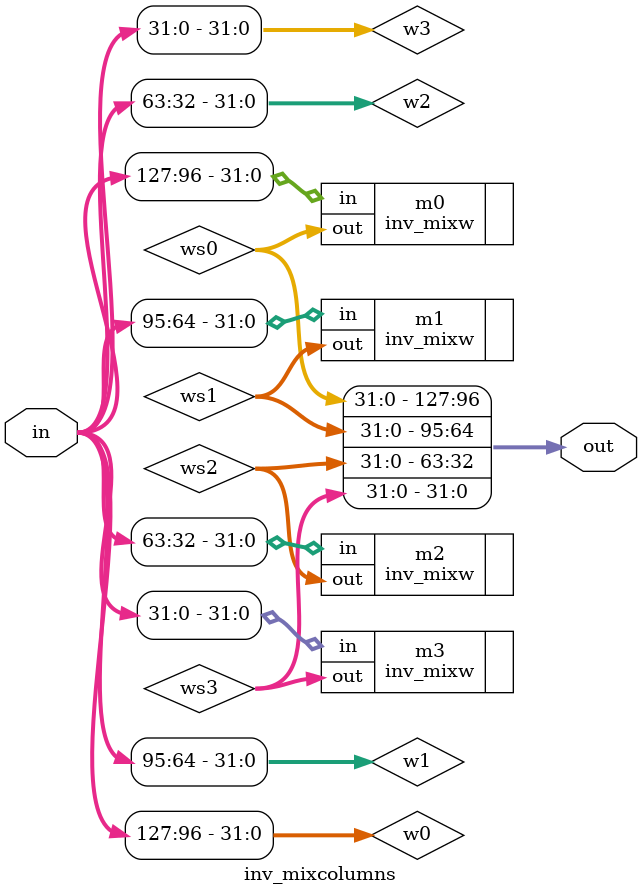
<source format=sv>
module inv_mixcolumns (input [127:0] in,
                       output [127:0] out);
                   
logic [31:0] w0, w1, w2, w3;
logic [31:0] ws0, ws1, ws2, ws3;

assign w0 = in[127:96];
assign w1 = in[95:64];
assign w2 = in[63:32];
assign w3 = in[31:0];
    
inv_mixw m0 (.in (w0),
             .out(ws0));
         
inv_mixw m1 (.in (w1),
             .out(ws1));  
         
inv_mixw m2 (.in (w2),
             .out(ws2)); 
         
inv_mixw m3 (.in (w3),
             .out(ws3));      
    
assign out = {ws0,ws1,ws2,ws3};

endmodule 

</source>
